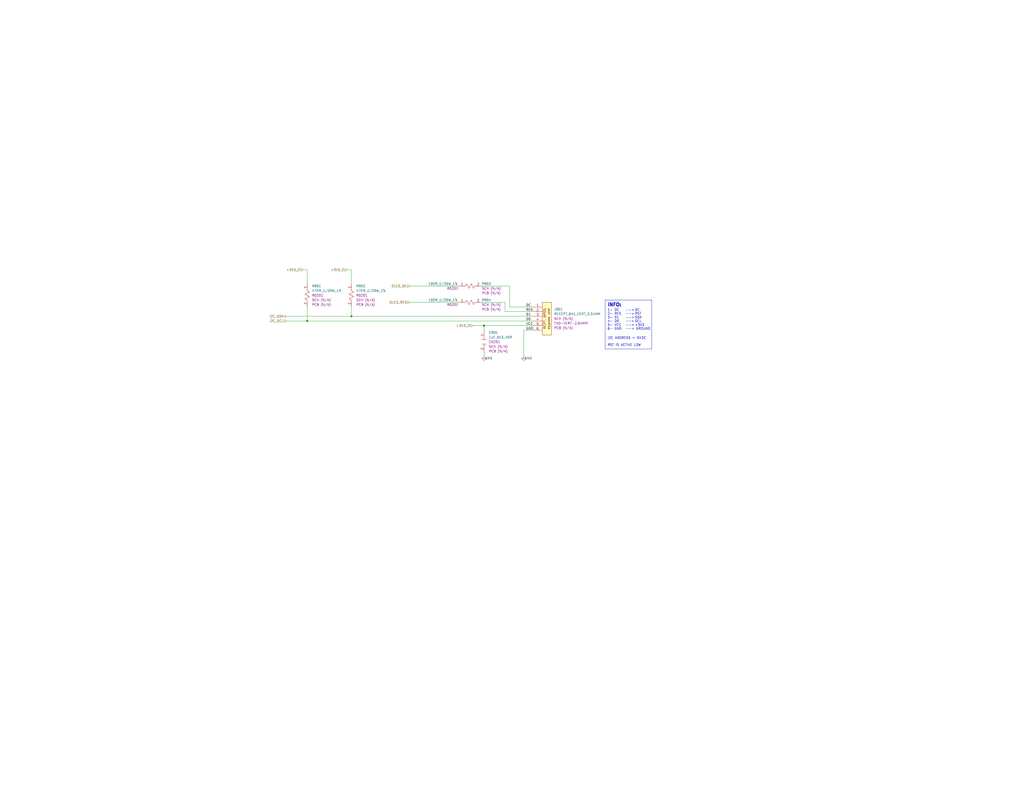
<source format=kicad_sch>
(kicad_sch (version 20230121) (generator eeschema)
  (paper "C")
  (title_block (title "Blender") (date "2023/09/18") (rev "v1.0") (company "Mend0z0") (comment 1 "v1.0") (comment 2 "RELEASED") (comment 3 "Siavash Taher Parvar") (comment 4 "_BOM_Blender_v1.0.html") (comment 5 "_HW_Blender.kicad_pcb") (comment 6 "_GBR_Blender_v1.0") (comment 7 "_ASM_Blender_v1.0") (comment 8 "N/A") (comment 9 "Initial version"))
  (lib_symbols
    (symbol "_SCHLIB_Blender:CAP_1uF_6V3_X5R_C0201"
      (property "Reference" "C" (at 2.54 3.81 0))
      (property "Value" "1uF_6V3_X5R" (at 2.54 6.35 0))
      (property "Package" "C0201" (at 2.54 34.29 0))
      (property "SCH CHECK" "SCH (N/A)" (at 2.54 31.75 0))
      (property "PCB CHECk" "PCB (N/A)" (at 2.54 29.21 0))
      (symbol "CAP_1uF_6V3_X5R_C0201_0_0"
        (polyline (pts (xy 5.08 1.27) (xy 5.08 -1.27)))
        (polyline (pts (xy 7.62 1.27) (xy 7.62 -1.27)))
      )
      (symbol "CAP_1uF_6V3_X5R_C0201_1_1"
        (pin passive line (at 0 0 0) (length 5.08) (name "") (number "1"))
        (pin passive line (at 12.7 0 180) (length 5.08) (name "") (number "2"))
      )
    )
    (symbol "_SCHLIB_Blender:CONN_RECEPT_6POS_1ROW_VERT_2.54MM"
      (property "Reference" "J" (at 2.54 2.54 0))
      (property "Value" "RECEPT_6X1_VERT_2.54MM" (at 2.54 5.08 0))
      (property "Package" "THD-VERT-2.54MM" (at 2.54 33.02 0))
      (property "SCH CHECK" "SCH (N/A)" (at 2.54 30.48 0))
      (property "PCB CHECk" "PCB (N/A)" (at 2.54 27.94 0))
      (symbol "CONN_RECEPT_6POS_1ROW_VERT_2.54MM_0_0"
        (text "P2.54MM, VERT" (at 3.81 -8.89 900) (effects (font (size 1.016 1.016))))
        (text "RCPT, 6POS" (at 1.27 -8.89 900) (effects (font (size 1.27 1.27))))
      )
      (symbol "CONN_RECEPT_6POS_1ROW_VERT_2.54MM_0_1"
        (rectangle (start 0 0) (end 5.08 -17.78) (fill (type background)))
      )
      (symbol "CONN_RECEPT_6POS_1ROW_VERT_2.54MM_1_1"
        (pin passive line (at -5.08 -2.54 0) (length 5.08) (name "") (number "1"))
        (pin passive line (at -5.08 -5.08 0) (length 5.08) (name "") (number "2"))
        (pin passive line (at -5.08 -7.62 0) (length 5.08) (name "") (number "3"))
        (pin passive line (at -5.08 -10.16 0) (length 5.08) (name "") (number "4"))
        (pin passive line (at -5.08 -12.7 0) (length 5.08) (name "") (number "5"))
        (pin passive line (at -5.08 -15.24 0) (length 5.08) (name "") (number "6"))
      )
    )
    (symbol "_SCHLIB_Blender:RES_100R_1/20W_1%_R0201"
      (property "Reference" "R" (at 2.54 3.81 0))
      (property "Value" "100R_1/20W_1%" (at 2.54 6.35 0))
      (property "Package" "R0201" (at 2.54 34.29 0))
      (property "SCH CHECK" "SCH (N/A)" (at 2.54 31.75 0))
      (property "PCB CHECk" "PCB (N/A)" (at 2.54 29.21 0))
      (symbol "RES_100R_1/20W_1%_R0201_0_0"
        (polyline (pts (xy 3.81 0) (xy 4.445 1.27) (xy 5.715 -1.27) (xy 6.985 1.27) (xy 8.255 -1.27) (xy 8.89 0)))
      )
      (symbol "RES_100R_1/20W_1%_R0201_1_1"
        (pin passive line (at 0 0 0) (length 3.81) (name "") (number "1"))
        (pin passive line (at 12.7 0 180) (length 3.81) (name "") (number "2"))
      )
    )
    (symbol "_SCHLIB_Blender:RES_47KR_1/20W_1%_R0201"
      (property "Reference" "R" (at 2.54 3.81 0))
      (property "Value" "47KR_1/20W_1%" (at 2.54 6.35 0))
      (property "Package" "R0201" (at 2.54 34.29 0))
      (property "SCH CHECK" "SCH (N/A)" (at 2.54 31.75 0))
      (property "PCB CHECk" "PCB (N/A)" (at 2.54 29.21 0))
      (symbol "RES_47KR_1/20W_1%_R0201_0_0"
        (polyline (pts (xy 3.81 0) (xy 4.445 1.27) (xy 5.715 -1.27) (xy 6.985 1.27) (xy 8.255 -1.27) (xy 8.89 0)))
      )
      (symbol "RES_47KR_1/20W_1%_R0201_1_1"
        (pin passive line (at 0 0 0) (length 3.81) (name "") (number "1"))
        (pin passive line (at 12.7 0 180) (length 3.81) (name "") (number "2"))
      )
    )
    (symbol "power:GND" (power) (pin_names (offset 0))
      (property "Value" "GND" (at 0 -3.81 0))
      (symbol "GND_0_1"
        (polyline (pts (xy 0 0) (xy 0 -1.27) (xy 1.27 -1.27) (xy 0 -2.54) (xy -1.27 -1.27) (xy 0 -1.27)))
      )
      (symbol "GND_1_1"
        (pin power_in line (at 0 0 270) (length 0) hide (name "GND") (number "1"))
      )
    )
  )
  (junction (at 191.77 172.72))
  (junction (at 167.64 175.26))
  (junction (at 264.16 177.8))
  (wire (pts (xy 278.13 156.21) (xy 278.13 167.64)))
  (wire (pts (xy 167.64 147.32) (xy 167.64 154.94)))
  (wire (pts (xy 262.89 156.21) (xy 278.13 156.21)))
  (wire (pts (xy 191.77 147.32) (xy 191.77 154.94)))
  (polyline (pts (xy 355.6 190.5) (xy 330.2 190.5)))
  (wire (pts (xy 167.64 175.26) (xy 290.83 175.26)))
  (wire (pts (xy 223.52 165.1) (xy 250.19 165.1)))
  (wire (pts (xy 285.75 180.34) (xy 290.83 180.34)))
  (wire (pts (xy 156.21 172.72) (xy 191.77 172.72)))
  (wire (pts (xy 189.23 147.32) (xy 191.77 147.32)))
  (wire (pts (xy 262.89 165.1) (xy 275.59 165.1)))
  (wire (pts (xy 191.77 172.72) (xy 290.83 172.72)))
  (wire (pts (xy 278.13 167.64) (xy 290.83 167.64)))
  (wire (pts (xy 167.64 167.64) (xy 167.64 175.26)))
  (wire (pts (xy 223.52 156.21) (xy 250.19 156.21)))
  (wire (pts (xy 285.75 194.31) (xy 285.75 180.34)))
  (wire (pts (xy 264.16 194.31) (xy 264.16 193.04)))
  (wire (pts (xy 156.21 175.26) (xy 167.64 175.26)))
  (polyline (pts (xy 330.2 163.83) (xy 355.6 163.83)))
  (polyline (pts (xy 330.2 190.5) (xy 330.2 163.83)))
  (wire (pts (xy 275.59 170.18) (xy 290.83 170.18)))
  (polyline (pts (xy 355.6 163.83) (xy 355.6 190.5)))
  (wire (pts (xy 290.83 177.8) (xy 264.16 177.8)))
  (wire (pts (xy 257.81 177.8) (xy 264.16 177.8)))
  (wire (pts (xy 264.16 177.8) (xy 264.16 180.34)))
  (wire (pts (xy 165.1 147.32) (xy 167.64 147.32)))
  (wire (pts (xy 275.59 165.1) (xy 275.59 170.18)))
  (wire (pts (xy 191.77 167.64) (xy 191.77 172.72)))
  (text "RST IS ACTIVE LOW" (at 331.47 189.23 0) (effects (font (size 1.27 1.27)) (justify left bottom)))
  (text "1- DC	-->	DC\n2- RES	-->	RST\n3- D1	-->	SDA\n4- D0	-->	SCL\n5- VCC	-->	+3V3\n6- GND	--> GROUND" (at 331.47 180.34 0) (effects (font (size 1.27 1.27)) (justify left bottom)))
  (text "INFO:" (at 331.47 167.64 0) (effects (font (size 1.85 1.85) (thickness 0.4) bold) (justify left bottom)))
  (text "I2C ADDRESS = 0X3C" (at 331.47 185.42 0) (effects (font (size 1.27 1.27)) (justify left bottom)))
  (label "GND" (at 287.02 180.34 0))
  (label "RES" (at 287.02 170.18 0))
  (label "VCC" (at 287.02 177.8 0))
  (label "D0" (at 287.02 175.26 0))
  (label "DC" (at 287.02 167.64 0))
  (label "D1" (at 287.02 172.72 0))
  (hierarchical_label "+3V3_2" (shape input) (at 257.81 177.8 180))
  (hierarchical_label "I2C_SCL" (shape input) (at 156.21 175.26 180))
  (hierarchical_label "+3V3_2" (shape input) (at 165.1 147.32 180))
  (hierarchical_label "OLED_DC" (shape input) (at 223.52 156.21 180))
  (hierarchical_label "OLED_RES" (shape input) (at 223.52 165.1 180))
  (hierarchical_label "+3V3_2" (shape input) (at 189.23 147.32 180))
  (hierarchical_label "I2C_SDA" (shape bidirectional) (at 156.21 172.72 180))
  (symbol (lib_id "_SCHLIB_Blender:CAP_1uF_6V3_X5R_C0201") (at 264.16 180.34 270) (unit 1)
    (property "Reference" "C901" (at 266.7 181.61 90) (effects (justify left)))
    (property "Value" "1uF_6V3_X5R" (at 266.7 184.15 90) (effects (justify left)))
    (property "Footprint" "Capacitor_SMD:C_0201_0603Metric" (effects hide))
    (property "Datasheet" "http://weblib.samsungsem.com/mlcc/mlcc-ec-data-sheet.do?partNumber=CL03A105MQ3CSN" (effects hide))
    (property "Description" "1 µF ±20% 6.3V Ceramic Capacitor X5R 0201 (0603 Metric)" (effects hide))
    (property "Link" "https://www.digikey.ca/en/products/detail/samsung-electro-mechanics/CL03A105MQ3CSNH/3894097" (effects hide))
    (property "SCH CHECK" "SCH (N/A)" (at 266.7 189.23 90) (effects (justify left)))
    (property "Package" "C0201" (at 266.7 186.69 90) (effects (justify left)))
    (property "Part Number (Manufacturer)" "CL03A105MQ3CSNH" (effects hide))
    (property "Manufacturer" "Samsung Electro-Mechanics" (effects hide))
    (property "Part Number (Vendor)" "1276-6441-2-ND" (effects hide))
    (property "Vendor" "Digikey" (effects hide))
    (property "PCB CHECk" "PCB (N/A)" (at 266.7 191.77 90) (effects (justify left)))
  )
  (symbol (lib_id "_SCHLIB_Blender:RES_47KR_1/20W_1%_R0201") (at 167.64 154.94 270) (unit 1)
    (property "Reference" "R901" (at 170.18 156.21 90) (effects (justify left)))
    (property "Value" "47KR_1/20W_1%" (at 170.18 158.75 90) (effects (justify left)))
    (property "Footprint" "Resistor_SMD:R_0201_0603Metric" (effects hide))
    (property "Datasheet" "https://www.yageo.com/upload/media/product/productsearch/datasheet/rchip/PYu-AC_51_RoHS_L_9.pdf" (effects hide))
    (property "Description" "47 kOhms ±1% 0.05W, 1/20W Chip Resistor 0201 (0603 Metric) Automotive AEC-Q200, Moisture Resistant Thick Film" (effects hide))
    (property "Link" "https://www.digikey.ca/en/products/detail/yageo/AC0201FR-0747KL/5894664" (effects hide))
    (property "SCH CHECK" "SCH (N/A)" (at 170.18 163.83 90) (effects (justify left)))
    (property "Package" "R0201" (at 170.18 161.29 90) (effects (justify left)))
    (property "Part Number (Manufacturer)" "AC0201FR-0747KL" (effects hide))
    (property "Manufacturer" "YAGEO" (effects hide))
    (property "Part Number (Vendor)" "YAG3425TR-ND" (effects hide))
    (property "Vendor" "Digikey" (effects hide))
    (property "PCB CHECk" "PCB (N/A)" (at 170.18 166.37 90) (effects (justify left)))
  )
  (symbol (lib_id "_SCHLIB_Blender:RES_100R_1/20W_1%_R0201") (at 250.19 156.21 0) (unit 1)
    (property "Reference" "R903" (at 265.43 154.94 0))
    (property "Value" "100R_1/20W_1%" (at 233.68 154.94 0) (effects (justify left)))
    (property "Footprint" "Resistor_SMD:R_0201_0603Metric" (effects hide))
    (property "Datasheet" "https://www.seielect.com/Catalog/SEI-RMCF_RMCP.pdf" (effects hide))
    (property "Description" "100 Ohms ±1% 0.05W, 1/20W Chip Resistor 0201 (0603 Metric) Thick Film" (effects hide))
    (property "Link" "https://www.digikey.ca/en/products/detail/stackpole-electronics-inc/RMCF0201FT100R/1714988" (effects hide))
    (property "SCH CHECK" "SCH (N/A)" (at 262.89 157.48 0) (effects (justify left)))
    (property "Package" "R0201" (at 243.84 157.48 0) (effects (justify left)))
    (property "Part Number (Manufacturer)" "RMCF0201FT100R" (effects hide))
    (property "Manufacturer" "Stackpole Electronics Inc" (effects hide))
    (property "Part Number (Vendor)" "RMCF0201FT100RTR-ND" (effects hide))
    (property "Vendor" "Digikey" (effects hide))
    (property "PCB CHECk" "PCB (N/A)" (at 262.89 160.02 0) (effects (justify left)))
  )
  (symbol (lib_id "power:GND") (at 285.75 194.31 0) (unit 1)
    (property "Reference" "#PWR0902" (effects hide))
    (property "Value" "GND" (at 288.29 195.58 0))
  )
  (symbol (lib_id "_SCHLIB_Blender:RES_100R_1/20W_1%_R0201") (at 250.19 165.1 0) (unit 1)
    (property "Reference" "R904" (at 265.43 163.83 0))
    (property "Value" "100R_1/20W_1%" (at 233.68 163.83 0) (effects (justify left)))
    (property "Footprint" "Resistor_SMD:R_0201_0603Metric" (effects hide))
    (property "Datasheet" "https://www.seielect.com/Catalog/SEI-RMCF_RMCP.pdf" (effects hide))
    (property "Description" "100 Ohms ±1% 0.05W, 1/20W Chip Resistor 0201 (0603 Metric) Thick Film" (effects hide))
    (property "Link" "https://www.digikey.ca/en/products/detail/stackpole-electronics-inc/RMCF0201FT100R/1714988" (effects hide))
    (property "SCH CHECK" "SCH (N/A)" (at 262.89 166.37 0) (effects (justify left)))
    (property "Package" "R0201" (at 243.84 166.37 0) (effects (justify left)))
    (property "Part Number (Manufacturer)" "RMCF0201FT100R" (effects hide))
    (property "Manufacturer" "Stackpole Electronics Inc" (effects hide))
    (property "Part Number (Vendor)" "RMCF0201FT100RTR-ND" (effects hide))
    (property "Vendor" "Digikey" (effects hide))
    (property "PCB CHECk" "PCB (N/A)" (at 262.89 168.91 0) (effects (justify left)))
  )
  (symbol (lib_id "_SCHLIB_Blender:CONN_RECEPT_6POS_1ROW_VERT_2.54MM") (at 295.91 165.1 0) (unit 1)
    (property "Reference" "J901" (at 302.26 168.91 0) (effects (justify left)))
    (property "Value" "RECEPT_6X1_VERT_2.54MM" (at 302.26 171.45 0) (effects (justify left)))
    (property "Footprint" "Connector_PinSocket_2.54mm:PinSocket_1x06_P2.54mm_Vertical" (effects hide))
    (property "Datasheet" "https://mm.digikey.com/Volume0/opasdata/d220001/medias/docus/937/Female_Headers.100_DS.pdf" (effects hide))
    (property "Description" "6 Position Header Connector 0.100\" (2.54mm) Through Hole Tin" (effects hide))
    (property "Link" "https://www.digikey.ca/en/products/detail/sullins-connector-solutions/PPTC061LFBN-RC/810145" (effects hide))
    (property "SCH CHECK" "SCH (N/A)" (at 302.26 173.99 0) (effects (justify left)))
    (property "Part Number (Manufacturer)" "PPTC061LFBN-RC" (effects hide))
    (property "Package" "THD-VERT-2.54MM" (at 302.26 176.53 0) (effects (justify left)))
    (property "Manufacturer" "Sullins Connector Solutions" (effects hide))
    (property "Part Number (Vendor)" "S7004-ND" (effects hide))
    (property "Vendor" "Digikey" (effects hide))
    (property "PCB CHECk" "PCB (N/A)" (at 302.26 179.07 0) (effects (justify left)))
  )
  (symbol (lib_id "power:GND") (at 264.16 194.31 0) (unit 1)
    (property "Reference" "#PWR0901" (effects hide))
    (property "Value" "GND" (at 266.7 195.58 0))
  )
  (symbol (lib_id "_SCHLIB_Blender:RES_47KR_1/20W_1%_R0201") (at 191.77 154.94 270) (unit 1)
    (property "Reference" "R902" (at 194.31 156.21 90) (effects (justify left)))
    (property "Value" "47KR_1/20W_1%" (at 194.31 158.75 90) (effects (justify left)))
    (property "Footprint" "Resistor_SMD:R_0201_0603Metric" (effects hide))
    (property "Datasheet" "https://www.yageo.com/upload/media/product/productsearch/datasheet/rchip/PYu-AC_51_RoHS_L_9.pdf" (effects hide))
    (property "Description" "47 kOhms ±1% 0.05W, 1/20W Chip Resistor 0201 (0603 Metric) Automotive AEC-Q200, Moisture Resistant Thick Film" (effects hide))
    (property "Link" "https://www.digikey.ca/en/products/detail/yageo/AC0201FR-0747KL/5894664" (effects hide))
    (property "SCH CHECK" "SCH (N/A)" (at 194.31 163.83 90) (effects (justify left)))
    (property "Package" "R0201" (at 194.31 161.29 90) (effects (justify left)))
    (property "Part Number (Manufacturer)" "AC0201FR-0747KL" (effects hide))
    (property "Manufacturer" "YAGEO" (effects hide))
    (property "Part Number (Vendor)" "YAG3425TR-ND" (effects hide))
    (property "Vendor" "Digikey" (effects hide))
    (property "PCB CHECk" "PCB (N/A)" (at 194.31 166.37 90) (effects (justify left)))
  )
)
</source>
